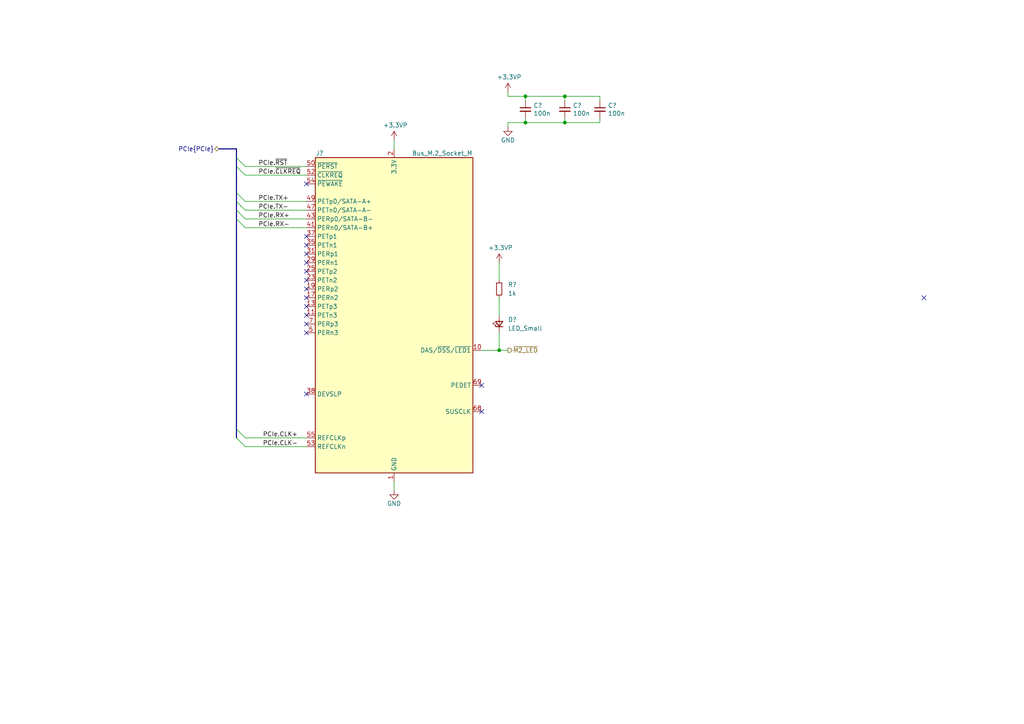
<source format=kicad_sch>
(kicad_sch (version 20201015) (generator eeschema)
  (paper "A4")
  (lib_symbols
    (symbol "Connector:Bus_M.2_Socket_M"
      (property "Reference" "J" (at -22.86 46.99 0))
      (property "Value" "Bus_M.2_Socket_M" (at 16.51 46.99 0))
      (symbol "Bus_M.2_Socket_M_0_1"
        (rectangle (start -22.86 45.72) (end 22.86 -45.72) (stroke (width 0.254)) (fill (type background)))
      )
      (symbol "Bus_M.2_Socket_M_1_1"
        (pin power_in line (at 0 -48.26 90) (length 2.54) (name "GND") (number "1"))
        (pin bidirectional line (at 25.4 -10.16 180) (length 2.54) (name "DAS/~DSS~/~LED1") (number "10"))
        (pin output line (at -25.4 0 0) (length 2.54) (name "PETn3") (number "11"))
        (pin passive line (at 0 48.26 270) (length 2.54) hide (name "3.3V") (number "12"))
        (pin output line (at -25.4 2.54 0) (length 2.54) (name "PETp3") (number "13"))
        (pin passive line (at 0 48.26 270) (length 2.54) hide (name "3.3V") (number "14"))
        (pin passive line (at 0 -48.26 90) (length 2.54) hide (name "GND") (number "15"))
        (pin passive line (at 0 48.26 270) (length 2.54) hide (name "3.3V") (number "16"))
        (pin input line (at -25.4 5.08 0) (length 2.54) (name "PERn2") (number "17"))
        (pin passive line (at 0 48.26 270) (length 2.54) hide (name "3.3V") (number "18"))
        (pin input line (at -25.4 7.62 0) (length 2.54) (name "PERp2") (number "19"))
        (pin power_in line (at 0 48.26 270) (length 2.54) (name "3.3V") (number "2"))
        (pin unconnected line (at 22.86 2.54 180) (length 2.54) hide (name "NC") (number "20"))
        (pin passive line (at 0 -48.26 90) (length 2.54) hide (name "GND") (number "21"))
        (pin unconnected line (at 22.86 5.08 180) (length 2.54) hide (name "NC") (number "22"))
        (pin output line (at -25.4 10.16 0) (length 2.54) (name "PETn2") (number "23"))
        (pin unconnected line (at 22.86 7.62 180) (length 2.54) hide (name "NC") (number "24"))
        (pin output line (at -25.4 12.7 0) (length 2.54) (name "PETp2") (number "25"))
        (pin unconnected line (at 22.86 10.16 180) (length 2.54) hide (name "NC") (number "26"))
        (pin passive line (at 0 -48.26 90) (length 2.54) hide (name "GND") (number "27"))
        (pin unconnected line (at 22.86 12.7 180) (length 2.54) hide (name "NC") (number "28"))
        (pin input line (at -25.4 15.24 0) (length 2.54) (name "PERn1") (number "29"))
        (pin passive line (at 0 -48.26 90) (length 2.54) hide (name "GND") (number "3"))
        (pin unconnected line (at 22.86 15.24 180) (length 2.54) hide (name "NC") (number "30"))
        (pin input line (at -25.4 17.78 0) (length 2.54) (name "PERp1") (number "31"))
        (pin unconnected line (at 22.86 17.78 180) (length 2.54) hide (name "NC") (number "32"))
        (pin passive line (at 0 -48.26 90) (length 2.54) hide (name "GND") (number "33"))
        (pin unconnected line (at 22.86 20.32 180) (length 2.54) hide (name "NC") (number "34"))
        (pin output line (at -25.4 20.32 0) (length 2.54) (name "PETn1") (number "35"))
        (pin unconnected line (at 22.86 22.86 180) (length 2.54) hide (name "NC") (number "36"))
        (pin output line (at -25.4 22.86 0) (length 2.54) (name "PETp1") (number "37"))
        (pin output line (at -25.4 -22.86 0) (length 2.54) (name "DEVSLP") (number "38"))
        (pin passive line (at 0 -48.26 90) (length 2.54) hide (name "GND") (number "39"))
        (pin passive line (at 0 48.26 270) (length 2.54) hide (name "3.3V") (number "4"))
        (pin unconnected line (at 22.86 25.4 180) (length 2.54) hide (name "NC") (number "40"))
        (pin input line (at -25.4 25.4 0) (length 2.54) (name "PERn0/SATA-B+") (number "41"))
        (pin unconnected line (at 22.86 27.94 180) (length 2.54) hide (name "NC") (number "42"))
        (pin input line (at -25.4 27.94 0) (length 2.54) (name "PERp0/SATA-B-") (number "43"))
        (pin unconnected line (at 22.86 30.48 180) (length 2.54) hide (name "NC") (number "44"))
        (pin passive line (at 0 -48.26 90) (length 2.54) hide (name "GND") (number "45"))
        (pin unconnected line (at 22.86 33.02 180) (length 2.54) hide (name "NC") (number "46"))
        (pin output line (at -25.4 30.48 0) (length 2.54) (name "PETn0/SATA-A-") (number "47"))
        (pin unconnected line (at 22.86 35.56 180) (length 2.54) hide (name "NC") (number "48"))
        (pin output line (at -25.4 33.02 0) (length 2.54) (name "PETp0/SATA-A+") (number "49"))
        (pin input line (at -25.4 -5.08 0) (length 2.54) (name "PERn3") (number "5"))
        (pin output line (at -25.4 43.18 0) (length 2.54) (name "~PERST") (number "50"))
        (pin passive line (at 0 -48.26 90) (length 2.54) hide (name "GND") (number "51"))
        (pin bidirectional line (at -25.4 40.64 0) (length 2.54) (name "~CLKREQ") (number "52"))
        (pin output line (at -25.4 -38.1 0) (length 2.54) (name "REFCLKn") (number "53"))
        (pin bidirectional line (at -25.4 38.1 0) (length 2.54) (name "~PEWAKE") (number "54"))
        (pin output line (at -25.4 -35.56 0) (length 2.54) (name "REFCLKp") (number "55"))
        (pin unconnected line (at 22.86 38.1 180) (length 2.54) hide (name "NC") (number "56"))
        (pin passive line (at 0 -48.26 90) (length 2.54) hide (name "GND") (number "57"))
        (pin unconnected line (at 22.86 40.64 180) (length 2.54) hide (name "NC") (number "58"))
        (pin unconnected line (at 22.86 -2.54 180) (length 2.54) hide (name "NC") (number "6"))
        (pin unconnected line (at 22.86 -5.08 180) (length 2.54) hide (name "NC") (number "67"))
        (pin output line (at 25.4 -27.94 180) (length 2.54) (name "SUSCLK") (number "68"))
        (pin passive line (at 25.4 -20.32 180) (length 2.54) (name "PEDET") (number "69"))
        (pin input line (at -25.4 -2.54 0) (length 2.54) (name "PERp3") (number "7"))
        (pin passive line (at 0 48.26 270) (length 2.54) hide (name "3.3V") (number "70"))
        (pin passive line (at 0 -48.26 90) (length 2.54) hide (name "GND") (number "71"))
        (pin passive line (at 0 48.26 270) (length 2.54) hide (name "3.3V") (number "72"))
        (pin passive line (at 0 -48.26 90) (length 2.54) hide (name "GND") (number "73"))
        (pin passive line (at 0 48.26 270) (length 2.54) hide (name "3.3V") (number "74"))
        (pin passive line (at 0 -48.26 90) (length 2.54) hide (name "GND") (number "75"))
        (pin unconnected line (at 22.86 0 180) (length 2.54) hide (name "NC") (number "8"))
        (pin passive line (at 0 -48.26 90) (length 2.54) hide (name "GND") (number "9"))
      )
    )
    (symbol "Device:C_Small" (pin_numbers hide) (pin_names (offset 0.254) hide)
      (property "Reference" "C" (at 0.254 1.778 0))
      (property "Value" "C_Small" (at 0.254 -2.032 0))
      (symbol "C_Small_0_1"
        (polyline (pts (xy -1.524 -0.508) (xy 1.524 -0.508)) (stroke (width 0.3302)))
        (polyline (pts (xy -1.524 0.508) (xy 1.524 0.508)) (stroke (width 0.3048)))
      )
      (symbol "C_Small_1_1"
        (pin passive line (at 0 2.54 270) (length 2.032) (name "~") (number "1"))
        (pin passive line (at 0 -2.54 90) (length 2.032) (name "~") (number "2"))
      )
    )
    (symbol "Device:LED_Small" (pin_numbers hide) (pin_names (offset 0.254) hide)
      (property "Reference" "D" (at -1.27 3.175 0))
      (property "Value" "LED_Small" (at -4.445 -2.54 0))
      (symbol "LED_Small_0_1"
        (polyline (pts (xy -0.762 -1.016) (xy -0.762 1.016)) (stroke (width 0.254)))
        (polyline (pts (xy 1.016 0) (xy -0.762 0)))
        (polyline (pts (xy 0.762 -1.016) (xy -0.762 0) (xy 0.762 1.016) (xy 0.762 -1.016)) (stroke (width 0.254)))
        (polyline (pts (xy 0 0.762) (xy -0.508 1.27) (xy -0.254 1.27) (xy -0.508 1.27) (xy -0.508 1.016)))
        (polyline (pts (xy 0.508 1.27) (xy 0 1.778) (xy 0.254 1.778) (xy 0 1.778) (xy 0 1.524)))
      )
      (symbol "LED_Small_1_1"
        (pin passive line (at -2.54 0 0) (length 1.778) (name "K") (number "1"))
        (pin passive line (at 2.54 0 180) (length 1.778) (name "A") (number "2"))
      )
    )
    (symbol "Device:R_Small" (pin_numbers hide) (pin_names (offset 0.254) hide)
      (property "Reference" "R" (at 0.762 0.508 0))
      (property "Value" "R_Small" (at 0.762 -1.016 0))
      (symbol "R_Small_0_1"
        (rectangle (start -0.762 1.778) (end 0.762 -1.778) (stroke (width 0.2032)))
      )
      (symbol "R_Small_1_1"
        (pin passive line (at 0 2.54 270) (length 0.762) (name "~") (number "1"))
        (pin passive line (at 0 -2.54 90) (length 0.762) (name "~") (number "2"))
      )
    )
    (symbol "power:+3.3VP" (power) (pin_names (offset 0))
      (property "Value" "+3.3VP" (at 0 2.54 0))
      (symbol "+3.3VP_0_0"
        (pin power_in line (at 0 0 90) (length 0) hide (name "+3.3VP") (number "1"))
      )
      (symbol "+3.3VP_0_1"
        (polyline (pts (xy -0.762 1.27) (xy 0 2.54)))
        (polyline (pts (xy 0 0) (xy 0 2.54)))
        (polyline (pts (xy 0 2.54) (xy 0.762 1.27)))
      )
    )
    (symbol "power:GND" (power) (pin_names (offset 0))
      (property "Value" "GND" (at 0 -3.81 0))
      (symbol "GND_0_1"
        (polyline (pts (xy 0 0) (xy 0 -1.27) (xy 1.27 -1.27) (xy 0 -2.54) (xy -1.27 -1.27) (xy 0 -1.27)))
      )
      (symbol "GND_1_1"
        (pin power_in line (at 0 0 270) (length 0) hide (name "GND") (number "1"))
      )
    )
  )
  (junction (at 144.78 101.6) (diameter 0.9144))
  (junction (at 152.4 27.94) (diameter 0.9144))
  (junction (at 152.4 35.56) (diameter 0.9144))
  (junction (at 163.83 27.94) (diameter 0.9144))
  (junction (at 163.83 35.56) (diameter 0.9144))
  (no_connect (at 88.9 76.2))
  (no_connect (at 88.9 114.3))
  (no_connect (at 88.9 91.44))
  (no_connect (at 88.9 68.58))
  (no_connect (at 139.7 119.38))
  (no_connect (at 88.9 96.52))
  (no_connect (at 88.9 88.9))
  (no_connect (at 267.97 86.36))
  (no_connect (at 88.9 53.34))
  (no_connect (at 88.9 86.36))
  (no_connect (at 88.9 73.66))
  (no_connect (at 88.9 71.12))
  (no_connect (at 88.9 93.98))
  (no_connect (at 88.9 78.74))
  (no_connect (at 88.9 81.28))
  (no_connect (at 139.7 111.76))
  (no_connect (at 88.9 83.82))
  (bus_entry (at 68.58 45.72) (size 2.54 2.54) (stroke (width 0.1524)))
  (bus_entry (at 68.58 48.26) (size 2.54 2.54) (stroke (width 0.1524)))
  (bus_entry (at 68.58 55.88) (size 2.54 2.54) (stroke (width 0.1524)))
  (bus_entry (at 68.58 58.42) (size 2.54 2.54) (stroke (width 0.1524)))
  (bus_entry (at 68.58 60.96) (size 2.54 2.54) (stroke (width 0.1524)))
  (bus_entry (at 68.58 63.5) (size 2.54 2.54) (stroke (width 0.1524)))
  (bus_entry (at 68.58 124.46) (size 2.54 2.54) (stroke (width 0.1524)))
  (bus_entry (at 68.58 127) (size 2.54 2.54) (stroke (width 0.1524)))
  (wire (pts (xy 71.12 48.26) (xy 88.9 48.26)))
  (wire (pts (xy 71.12 50.8) (xy 88.9 50.8)))
  (wire (pts (xy 71.12 58.42) (xy 88.9 58.42)))
  (wire (pts (xy 71.12 60.96) (xy 88.9 60.96)))
  (wire (pts (xy 71.12 63.5) (xy 88.9 63.5)))
  (wire (pts (xy 71.12 66.04) (xy 88.9 66.04)))
  (wire (pts (xy 71.12 127) (xy 88.9 127)))
  (wire (pts (xy 71.12 129.54) (xy 88.9 129.54)))
  (wire (pts (xy 114.3 40.64) (xy 114.3 43.18)))
  (wire (pts (xy 114.3 139.7) (xy 114.3 142.24)))
  (wire (pts (xy 139.7 101.6) (xy 144.78 101.6)))
  (wire (pts (xy 144.78 76.2) (xy 144.78 81.28)))
  (wire (pts (xy 144.78 86.36) (xy 144.78 91.44)))
  (wire (pts (xy 144.78 96.52) (xy 144.78 101.6)))
  (wire (pts (xy 144.78 101.6) (xy 147.32 101.6)))
  (wire (pts (xy 147.32 26.67) (xy 147.32 27.94)))
  (wire (pts (xy 147.32 27.94) (xy 152.4 27.94)))
  (wire (pts (xy 147.32 35.56) (xy 147.32 36.83)))
  (wire (pts (xy 147.32 35.56) (xy 152.4 35.56)))
  (wire (pts (xy 152.4 27.94) (xy 152.4 29.21)))
  (wire (pts (xy 152.4 27.94) (xy 163.83 27.94)))
  (wire (pts (xy 152.4 34.29) (xy 152.4 35.56)))
  (wire (pts (xy 152.4 35.56) (xy 163.83 35.56)))
  (wire (pts (xy 163.83 27.94) (xy 163.83 29.21)))
  (wire (pts (xy 163.83 27.94) (xy 173.99 27.94)))
  (wire (pts (xy 163.83 34.29) (xy 163.83 35.56)))
  (wire (pts (xy 163.83 35.56) (xy 173.99 35.56)))
  (wire (pts (xy 173.99 27.94) (xy 173.99 29.21)))
  (wire (pts (xy 173.99 34.29) (xy 173.99 35.56)))
  (bus (pts (xy 63.5 43.18) (xy 68.58 43.18)))
  (bus (pts (xy 68.58 43.18) (xy 68.58 45.72)))
  (bus (pts (xy 68.58 45.72) (xy 68.58 48.26)))
  (bus (pts (xy 68.58 48.26) (xy 68.58 55.88)))
  (bus (pts (xy 68.58 55.88) (xy 68.58 58.42)))
  (bus (pts (xy 68.58 58.42) (xy 68.58 60.96)))
  (bus (pts (xy 68.58 60.96) (xy 68.58 63.5)))
  (bus (pts (xy 68.58 63.5) (xy 68.58 124.46)))
  (bus (pts (xy 68.58 124.46) (xy 68.58 127)))
  (label "PCIe.~RST" (at 74.93 48.26 0))
  (label "PCIe.~CLKREQ" (at 74.93 50.8 0))
  (label "PCIe.TX+" (at 74.93 58.42 0))
  (label "PCIe.TX-" (at 74.93 60.96 0))
  (label "PCIe.RX+" (at 74.93 63.5 0))
  (label "PCIe.RX-" (at 74.93 66.04 0))
  (label "PCIe.CLK+" (at 76.2 127 0))
  (label "PCIe.CLK-" (at 76.2 129.54 0))
  (hierarchical_label "PCIe{PCIe}" (shape bidirectional) (at 63.5 43.18 180))
  (hierarchical_label "~M2_LED" (shape output) (at 147.32 101.6 0))
  (symbol (lib_id "power:+3.3VP") (at 114.3 40.64 0) (unit 1)
    (property "Reference" "#PWR?" (effects hide))
    (property "Value" "+3.3VP" (at 114.6683 36.3156 0))
  )
  (symbol (lib_id "power:+3.3VP") (at 144.78 76.2 0) (unit 1)
    (property "Reference" "#PWR?" (effects hide))
    (property "Value" "+3.3VP" (at 145.1483 71.8756 0))
  )
  (symbol (lib_id "power:+3.3VP") (at 147.32 26.67 0) (unit 1)
    (property "Reference" "#PWR?" (effects hide))
    (property "Value" "+3.3VP" (at 147.6883 22.3456 0))
  )
  (symbol (lib_id "power:GND") (at 114.3 142.24 0) (unit 1)
    (property "Reference" "#PWR?" (effects hide))
    (property "Value" "GND" (at 114.3 146.05 0))
  )
  (symbol (lib_id "power:GND") (at 147.32 36.83 0) (unit 1)
    (property "Reference" "#PWR?" (effects hide))
    (property "Value" "GND" (at 147.32 40.64 0))
  )
  (symbol (lib_id "Device:R_Small") (at 144.78 83.82 0) (unit 1)
    (property "Reference" "R?" (at 147.32 82.55 0) (effects (justify left)))
    (property "Value" "1k" (at 147.32 85.09 0) (effects (justify left)))
  )
  (symbol (lib_id "Device:LED_Small") (at 144.78 93.98 90) (unit 1)
    (property "Reference" "D?" (at 147.32 92.71 90) (effects (justify right)))
    (property "Value" "LED_Small" (at 147.32 95.25 90) (effects (justify right)))
  )
  (symbol (lib_id "Device:C_Small") (at 152.4 31.75 0) (unit 1)
    (property "Reference" "C?" (at 154.7242 30.6006 0) (effects (justify left)))
    (property "Value" "100n" (at 154.724 32.899 0) (effects (justify left)))
  )
  (symbol (lib_id "Device:C_Small") (at 163.83 31.75 0) (unit 1)
    (property "Reference" "C?" (at 166.1542 30.6006 0) (effects (justify left)))
    (property "Value" "100n" (at 166.154 32.899 0) (effects (justify left)))
  )
  (symbol (lib_id "Device:C_Small") (at 173.99 31.75 0) (unit 1)
    (property "Reference" "C?" (at 176.3142 30.6006 0) (effects (justify left)))
    (property "Value" "100n" (at 176.314 32.899 0) (effects (justify left)))
  )
  (symbol (lib_id "Connector:Bus_M.2_Socket_M") (at 114.3 91.44 0) (unit 1)
    (property "Reference" "J?" (at 92.71 44.45 0))
    (property "Value" "Bus_M.2_Socket_M" (at 128.27 44.45 0))
    (property "Footprint" "LightBlue:TE_2199230_Bus_M.2_M_H4.2mm_P0.5mm_Horizontal" (effects hide))
    (property "Datasheet" "http://read.pudn.com/downloads794/doc/project/3133918/PCIe_M.2_Electromechanical_Spec_Rev1.0_Final_11012013_RS_Clean.pdf#page=155" (effects hide))
  )
)
</source>
